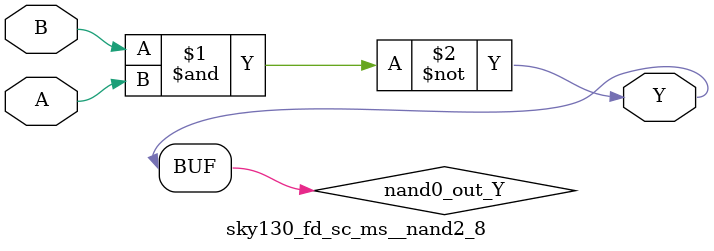
<source format=v>
/*
 * Copyright 2020 The SkyWater PDK Authors
 *
 * Licensed under the Apache License, Version 2.0 (the "License");
 * you may not use this file except in compliance with the License.
 * You may obtain a copy of the License at
 *
 *     https://www.apache.org/licenses/LICENSE-2.0
 *
 * Unless required by applicable law or agreed to in writing, software
 * distributed under the License is distributed on an "AS IS" BASIS,
 * WITHOUT WARRANTIES OR CONDITIONS OF ANY KIND, either express or implied.
 * See the License for the specific language governing permissions and
 * limitations under the License.
 *
 * SPDX-License-Identifier: Apache-2.0
*/


`ifndef SKY130_FD_SC_MS__NAND2_8_FUNCTIONAL_V
`define SKY130_FD_SC_MS__NAND2_8_FUNCTIONAL_V

/**
 * nand2: 2-input NAND.
 *
 * Verilog simulation functional model.
 */

`timescale 1ns / 1ps
`default_nettype none

`celldefine
module sky130_fd_sc_ms__nand2_8 (
    Y,
    A,
    B
);

    // Module ports
    output Y;
    input  A;
    input  B;

    // Local signals
    wire nand0_out_Y;

    //   Name   Output       Other arguments
    nand nand0 (nand0_out_Y, B, A           );
    buf  buf0  (Y          , nand0_out_Y    );

endmodule
`endcelldefine

`default_nettype wire
`endif  // SKY130_FD_SC_MS__NAND2_8_FUNCTIONAL_V

</source>
